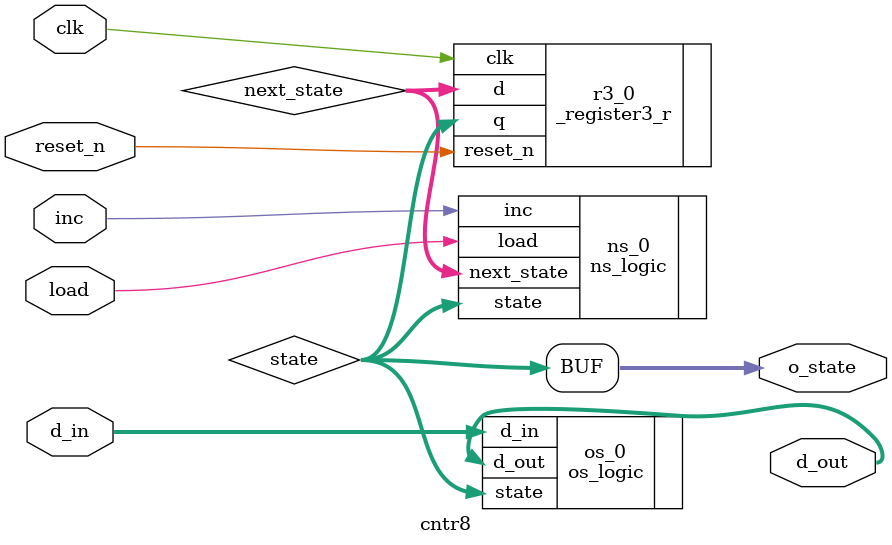
<source format=v>
module cntr8(clk, reset_n, load, inc, d_in, d_out, o_state); //8-bit loadable up/down counter
  input clk, reset_n, load, inc;
  input [7:0] d_in; //data in
  output [7:0] d_out; //data out
  output [2:0] o_state; //current state
  
  wire [2:0] next_state;
  wire [2:0] state;
  
  assign o_state = state;
  
  //instance of register, next_state logic, output logic
  ns_logic ns_0(.load(load), .inc(inc), .state(state), .next_state(next_state));
  _register3_r r3_0(.clk(clk), .reset_n(reset_n), .d(next_state), .q(state));
  os_logic os_0(.state(state), .d_in(d_in), .d_out(d_out));
  
endmodule
  
</source>
